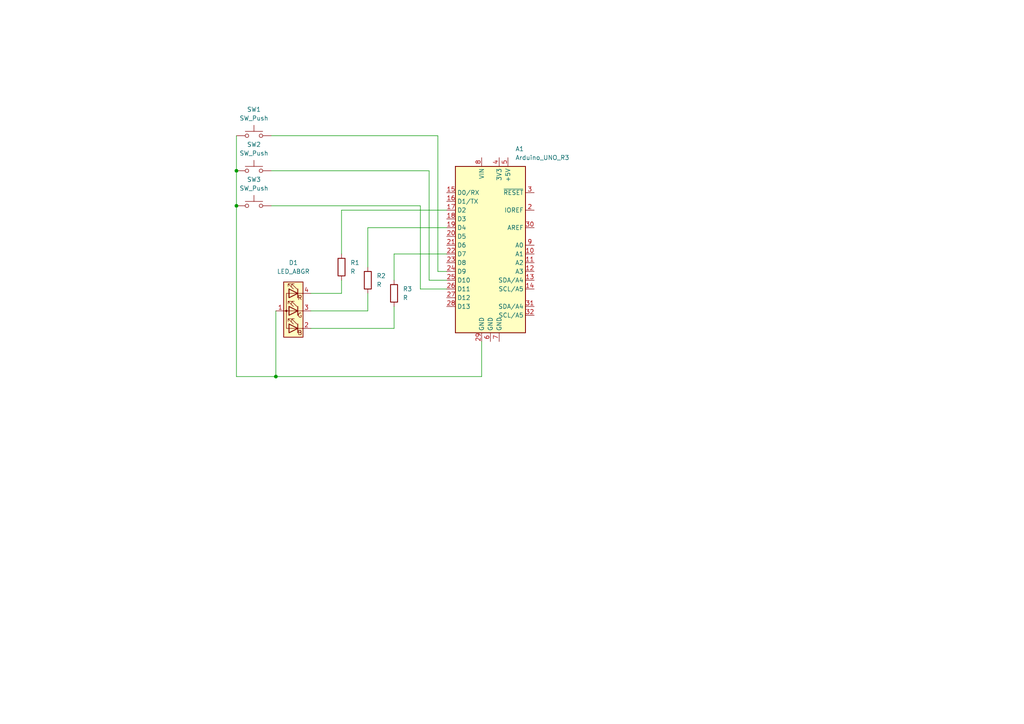
<source format=kicad_sch>
(kicad_sch
	(version 20250114)
	(generator "eeschema")
	(generator_version "9.0")
	(uuid "9285471e-fe64-4ea9-8bec-c130e75fcc30")
	(paper "A4")
	(lib_symbols
		(symbol "Device:LED_ABGR"
			(pin_names
				(offset 0)
				(hide yes)
			)
			(exclude_from_sim no)
			(in_bom yes)
			(on_board yes)
			(property "Reference" "D"
				(at 0 9.398 0)
				(effects
					(font
						(size 1.27 1.27)
					)
				)
			)
			(property "Value" "LED_ABGR"
				(at 0 -8.89 0)
				(effects
					(font
						(size 1.27 1.27)
					)
				)
			)
			(property "Footprint" ""
				(at 0 -1.27 0)
				(effects
					(font
						(size 1.27 1.27)
					)
					(hide yes)
				)
			)
			(property "Datasheet" "~"
				(at 0 -1.27 0)
				(effects
					(font
						(size 1.27 1.27)
					)
					(hide yes)
				)
			)
			(property "Description" "RGB LED, anode/blue/green/red"
				(at 0 0 0)
				(effects
					(font
						(size 1.27 1.27)
					)
					(hide yes)
				)
			)
			(property "ki_keywords" "LED RGB diode"
				(at 0 0 0)
				(effects
					(font
						(size 1.27 1.27)
					)
					(hide yes)
				)
			)
			(property "ki_fp_filters" "LED* LED_SMD:* LED_THT:*"
				(at 0 0 0)
				(effects
					(font
						(size 1.27 1.27)
					)
					(hide yes)
				)
			)
			(symbol "LED_ABGR_0_0"
				(text "R"
					(at -1.905 3.81 0)
					(effects
						(font
							(size 1.27 1.27)
						)
					)
				)
				(text "G"
					(at -1.905 -1.27 0)
					(effects
						(font
							(size 1.27 1.27)
						)
					)
				)
				(text "B"
					(at -1.905 -6.35 0)
					(effects
						(font
							(size 1.27 1.27)
						)
					)
				)
			)
			(symbol "LED_ABGR_0_1"
				(polyline
					(pts
						(xy -1.27 6.35) (xy -1.27 3.81)
					)
					(stroke
						(width 0.254)
						(type default)
					)
					(fill
						(type none)
					)
				)
				(polyline
					(pts
						(xy -1.27 6.35) (xy -1.27 3.81) (xy -1.27 3.81)
					)
					(stroke
						(width 0)
						(type default)
					)
					(fill
						(type none)
					)
				)
				(polyline
					(pts
						(xy -1.27 5.08) (xy -2.54 5.08)
					)
					(stroke
						(width 0)
						(type default)
					)
					(fill
						(type none)
					)
				)
				(polyline
					(pts
						(xy -1.27 5.08) (xy 1.27 5.08)
					)
					(stroke
						(width 0)
						(type default)
					)
					(fill
						(type none)
					)
				)
				(polyline
					(pts
						(xy -1.27 1.27) (xy -1.27 -1.27)
					)
					(stroke
						(width 0.254)
						(type default)
					)
					(fill
						(type none)
					)
				)
				(polyline
					(pts
						(xy -1.27 1.27) (xy -1.27 -1.27) (xy -1.27 -1.27)
					)
					(stroke
						(width 0)
						(type default)
					)
					(fill
						(type none)
					)
				)
				(polyline
					(pts
						(xy -1.27 0) (xy -2.54 0)
					)
					(stroke
						(width 0)
						(type default)
					)
					(fill
						(type none)
					)
				)
				(polyline
					(pts
						(xy -1.27 -3.81) (xy -1.27 -6.35)
					)
					(stroke
						(width 0.254)
						(type default)
					)
					(fill
						(type none)
					)
				)
				(polyline
					(pts
						(xy -1.27 -5.08) (xy -2.54 -5.08)
					)
					(stroke
						(width 0)
						(type default)
					)
					(fill
						(type none)
					)
				)
				(polyline
					(pts
						(xy -1.27 -5.08) (xy 1.27 -5.08)
					)
					(stroke
						(width 0)
						(type default)
					)
					(fill
						(type none)
					)
				)
				(polyline
					(pts
						(xy -1.016 6.35) (xy 0.508 7.874) (xy -0.254 7.874) (xy 0.508 7.874) (xy 0.508 7.112)
					)
					(stroke
						(width 0)
						(type default)
					)
					(fill
						(type none)
					)
				)
				(polyline
					(pts
						(xy -1.016 1.27) (xy 0.508 2.794) (xy -0.254 2.794) (xy 0.508 2.794) (xy 0.508 2.032)
					)
					(stroke
						(width 0)
						(type default)
					)
					(fill
						(type none)
					)
				)
				(polyline
					(pts
						(xy -1.016 -3.81) (xy 0.508 -2.286) (xy -0.254 -2.286) (xy 0.508 -2.286) (xy 0.508 -3.048)
					)
					(stroke
						(width 0)
						(type default)
					)
					(fill
						(type none)
					)
				)
				(polyline
					(pts
						(xy 0 6.35) (xy 1.524 7.874) (xy 0.762 7.874) (xy 1.524 7.874) (xy 1.524 7.112)
					)
					(stroke
						(width 0)
						(type default)
					)
					(fill
						(type none)
					)
				)
				(polyline
					(pts
						(xy 0 1.27) (xy 1.524 2.794) (xy 0.762 2.794) (xy 1.524 2.794) (xy 1.524 2.032)
					)
					(stroke
						(width 0)
						(type default)
					)
					(fill
						(type none)
					)
				)
				(polyline
					(pts
						(xy 0 -3.81) (xy 1.524 -2.286) (xy 0.762 -2.286) (xy 1.524 -2.286) (xy 1.524 -3.048)
					)
					(stroke
						(width 0)
						(type default)
					)
					(fill
						(type none)
					)
				)
				(polyline
					(pts
						(xy 1.27 6.35) (xy 1.27 3.81) (xy -1.27 5.08) (xy 1.27 6.35)
					)
					(stroke
						(width 0.254)
						(type default)
					)
					(fill
						(type none)
					)
				)
				(rectangle
					(start 1.27 6.35)
					(end 1.27 6.35)
					(stroke
						(width 0)
						(type default)
					)
					(fill
						(type none)
					)
				)
				(rectangle
					(start 1.27 3.81)
					(end 1.27 6.35)
					(stroke
						(width 0)
						(type default)
					)
					(fill
						(type none)
					)
				)
				(polyline
					(pts
						(xy 1.27 1.27) (xy 1.27 -1.27) (xy -1.27 0) (xy 1.27 1.27)
					)
					(stroke
						(width 0.254)
						(type default)
					)
					(fill
						(type none)
					)
				)
				(rectangle
					(start 1.27 1.27)
					(end 1.27 1.27)
					(stroke
						(width 0)
						(type default)
					)
					(fill
						(type none)
					)
				)
				(polyline
					(pts
						(xy 1.27 0) (xy -1.27 0)
					)
					(stroke
						(width 0)
						(type default)
					)
					(fill
						(type none)
					)
				)
				(polyline
					(pts
						(xy 1.27 0) (xy 2.54 0)
					)
					(stroke
						(width 0)
						(type default)
					)
					(fill
						(type none)
					)
				)
				(rectangle
					(start 1.27 -1.27)
					(end 1.27 1.27)
					(stroke
						(width 0)
						(type default)
					)
					(fill
						(type none)
					)
				)
				(polyline
					(pts
						(xy 1.27 -3.81) (xy 1.27 -6.35) (xy -1.27 -5.08) (xy 1.27 -3.81)
					)
					(stroke
						(width 0.254)
						(type default)
					)
					(fill
						(type none)
					)
				)
				(polyline
					(pts
						(xy 1.27 -5.08) (xy 2.032 -5.08) (xy 2.032 5.08) (xy 1.27 5.08)
					)
					(stroke
						(width 0)
						(type default)
					)
					(fill
						(type none)
					)
				)
				(circle
					(center 2.032 0)
					(radius 0.254)
					(stroke
						(width 0)
						(type default)
					)
					(fill
						(type outline)
					)
				)
				(rectangle
					(start 2.794 8.382)
					(end -2.794 -7.62)
					(stroke
						(width 0.254)
						(type default)
					)
					(fill
						(type background)
					)
				)
			)
			(symbol "LED_ABGR_1_1"
				(pin passive line
					(at -5.08 5.08 0)
					(length 2.54)
					(name "RK"
						(effects
							(font
								(size 1.27 1.27)
							)
						)
					)
					(number "4"
						(effects
							(font
								(size 1.27 1.27)
							)
						)
					)
				)
				(pin passive line
					(at -5.08 0 0)
					(length 2.54)
					(name "GK"
						(effects
							(font
								(size 1.27 1.27)
							)
						)
					)
					(number "3"
						(effects
							(font
								(size 1.27 1.27)
							)
						)
					)
				)
				(pin passive line
					(at -5.08 -5.08 0)
					(length 2.54)
					(name "BK"
						(effects
							(font
								(size 1.27 1.27)
							)
						)
					)
					(number "2"
						(effects
							(font
								(size 1.27 1.27)
							)
						)
					)
				)
				(pin passive line
					(at 5.08 0 180)
					(length 2.54)
					(name "A"
						(effects
							(font
								(size 1.27 1.27)
							)
						)
					)
					(number "1"
						(effects
							(font
								(size 1.27 1.27)
							)
						)
					)
				)
			)
			(embedded_fonts no)
		)
		(symbol "Device:R"
			(pin_numbers
				(hide yes)
			)
			(pin_names
				(offset 0)
			)
			(exclude_from_sim no)
			(in_bom yes)
			(on_board yes)
			(property "Reference" "R"
				(at 2.032 0 90)
				(effects
					(font
						(size 1.27 1.27)
					)
				)
			)
			(property "Value" "R"
				(at 0 0 90)
				(effects
					(font
						(size 1.27 1.27)
					)
				)
			)
			(property "Footprint" ""
				(at -1.778 0 90)
				(effects
					(font
						(size 1.27 1.27)
					)
					(hide yes)
				)
			)
			(property "Datasheet" "~"
				(at 0 0 0)
				(effects
					(font
						(size 1.27 1.27)
					)
					(hide yes)
				)
			)
			(property "Description" "Resistor"
				(at 0 0 0)
				(effects
					(font
						(size 1.27 1.27)
					)
					(hide yes)
				)
			)
			(property "ki_keywords" "R res resistor"
				(at 0 0 0)
				(effects
					(font
						(size 1.27 1.27)
					)
					(hide yes)
				)
			)
			(property "ki_fp_filters" "R_*"
				(at 0 0 0)
				(effects
					(font
						(size 1.27 1.27)
					)
					(hide yes)
				)
			)
			(symbol "R_0_1"
				(rectangle
					(start -1.016 -2.54)
					(end 1.016 2.54)
					(stroke
						(width 0.254)
						(type default)
					)
					(fill
						(type none)
					)
				)
			)
			(symbol "R_1_1"
				(pin passive line
					(at 0 3.81 270)
					(length 1.27)
					(name "~"
						(effects
							(font
								(size 1.27 1.27)
							)
						)
					)
					(number "1"
						(effects
							(font
								(size 1.27 1.27)
							)
						)
					)
				)
				(pin passive line
					(at 0 -3.81 90)
					(length 1.27)
					(name "~"
						(effects
							(font
								(size 1.27 1.27)
							)
						)
					)
					(number "2"
						(effects
							(font
								(size 1.27 1.27)
							)
						)
					)
				)
			)
			(embedded_fonts no)
		)
		(symbol "MCU_Module:Arduino_UNO_R3"
			(exclude_from_sim no)
			(in_bom yes)
			(on_board yes)
			(property "Reference" "A"
				(at -10.16 23.495 0)
				(effects
					(font
						(size 1.27 1.27)
					)
					(justify left bottom)
				)
			)
			(property "Value" "Arduino_UNO_R3"
				(at 5.08 -26.67 0)
				(effects
					(font
						(size 1.27 1.27)
					)
					(justify left top)
				)
			)
			(property "Footprint" "Module:Arduino_UNO_R3"
				(at 0 0 0)
				(effects
					(font
						(size 1.27 1.27)
						(italic yes)
					)
					(hide yes)
				)
			)
			(property "Datasheet" "https://www.arduino.cc/en/Main/arduinoBoardUno"
				(at 0 0 0)
				(effects
					(font
						(size 1.27 1.27)
					)
					(hide yes)
				)
			)
			(property "Description" "Arduino UNO Microcontroller Module, release 3"
				(at 0 0 0)
				(effects
					(font
						(size 1.27 1.27)
					)
					(hide yes)
				)
			)
			(property "ki_keywords" "Arduino UNO R3 Microcontroller Module Atmel AVR USB"
				(at 0 0 0)
				(effects
					(font
						(size 1.27 1.27)
					)
					(hide yes)
				)
			)
			(property "ki_fp_filters" "Arduino*UNO*R3*"
				(at 0 0 0)
				(effects
					(font
						(size 1.27 1.27)
					)
					(hide yes)
				)
			)
			(symbol "Arduino_UNO_R3_0_1"
				(rectangle
					(start -10.16 22.86)
					(end 10.16 -25.4)
					(stroke
						(width 0.254)
						(type default)
					)
					(fill
						(type background)
					)
				)
			)
			(symbol "Arduino_UNO_R3_1_1"
				(pin bidirectional line
					(at -12.7 15.24 0)
					(length 2.54)
					(name "D0/RX"
						(effects
							(font
								(size 1.27 1.27)
							)
						)
					)
					(number "15"
						(effects
							(font
								(size 1.27 1.27)
							)
						)
					)
				)
				(pin bidirectional line
					(at -12.7 12.7 0)
					(length 2.54)
					(name "D1/TX"
						(effects
							(font
								(size 1.27 1.27)
							)
						)
					)
					(number "16"
						(effects
							(font
								(size 1.27 1.27)
							)
						)
					)
				)
				(pin bidirectional line
					(at -12.7 10.16 0)
					(length 2.54)
					(name "D2"
						(effects
							(font
								(size 1.27 1.27)
							)
						)
					)
					(number "17"
						(effects
							(font
								(size 1.27 1.27)
							)
						)
					)
				)
				(pin bidirectional line
					(at -12.7 7.62 0)
					(length 2.54)
					(name "D3"
						(effects
							(font
								(size 1.27 1.27)
							)
						)
					)
					(number "18"
						(effects
							(font
								(size 1.27 1.27)
							)
						)
					)
				)
				(pin bidirectional line
					(at -12.7 5.08 0)
					(length 2.54)
					(name "D4"
						(effects
							(font
								(size 1.27 1.27)
							)
						)
					)
					(number "19"
						(effects
							(font
								(size 1.27 1.27)
							)
						)
					)
				)
				(pin bidirectional line
					(at -12.7 2.54 0)
					(length 2.54)
					(name "D5"
						(effects
							(font
								(size 1.27 1.27)
							)
						)
					)
					(number "20"
						(effects
							(font
								(size 1.27 1.27)
							)
						)
					)
				)
				(pin bidirectional line
					(at -12.7 0 0)
					(length 2.54)
					(name "D6"
						(effects
							(font
								(size 1.27 1.27)
							)
						)
					)
					(number "21"
						(effects
							(font
								(size 1.27 1.27)
							)
						)
					)
				)
				(pin bidirectional line
					(at -12.7 -2.54 0)
					(length 2.54)
					(name "D7"
						(effects
							(font
								(size 1.27 1.27)
							)
						)
					)
					(number "22"
						(effects
							(font
								(size 1.27 1.27)
							)
						)
					)
				)
				(pin bidirectional line
					(at -12.7 -5.08 0)
					(length 2.54)
					(name "D8"
						(effects
							(font
								(size 1.27 1.27)
							)
						)
					)
					(number "23"
						(effects
							(font
								(size 1.27 1.27)
							)
						)
					)
				)
				(pin bidirectional line
					(at -12.7 -7.62 0)
					(length 2.54)
					(name "D9"
						(effects
							(font
								(size 1.27 1.27)
							)
						)
					)
					(number "24"
						(effects
							(font
								(size 1.27 1.27)
							)
						)
					)
				)
				(pin bidirectional line
					(at -12.7 -10.16 0)
					(length 2.54)
					(name "D10"
						(effects
							(font
								(size 1.27 1.27)
							)
						)
					)
					(number "25"
						(effects
							(font
								(size 1.27 1.27)
							)
						)
					)
				)
				(pin bidirectional line
					(at -12.7 -12.7 0)
					(length 2.54)
					(name "D11"
						(effects
							(font
								(size 1.27 1.27)
							)
						)
					)
					(number "26"
						(effects
							(font
								(size 1.27 1.27)
							)
						)
					)
				)
				(pin bidirectional line
					(at -12.7 -15.24 0)
					(length 2.54)
					(name "D12"
						(effects
							(font
								(size 1.27 1.27)
							)
						)
					)
					(number "27"
						(effects
							(font
								(size 1.27 1.27)
							)
						)
					)
				)
				(pin bidirectional line
					(at -12.7 -17.78 0)
					(length 2.54)
					(name "D13"
						(effects
							(font
								(size 1.27 1.27)
							)
						)
					)
					(number "28"
						(effects
							(font
								(size 1.27 1.27)
							)
						)
					)
				)
				(pin no_connect line
					(at -10.16 -20.32 0)
					(length 2.54)
					(hide yes)
					(name "NC"
						(effects
							(font
								(size 1.27 1.27)
							)
						)
					)
					(number "1"
						(effects
							(font
								(size 1.27 1.27)
							)
						)
					)
				)
				(pin power_in line
					(at -2.54 25.4 270)
					(length 2.54)
					(name "VIN"
						(effects
							(font
								(size 1.27 1.27)
							)
						)
					)
					(number "8"
						(effects
							(font
								(size 1.27 1.27)
							)
						)
					)
				)
				(pin power_in line
					(at -2.54 -27.94 90)
					(length 2.54)
					(name "GND"
						(effects
							(font
								(size 1.27 1.27)
							)
						)
					)
					(number "29"
						(effects
							(font
								(size 1.27 1.27)
							)
						)
					)
				)
				(pin power_in line
					(at 0 -27.94 90)
					(length 2.54)
					(name "GND"
						(effects
							(font
								(size 1.27 1.27)
							)
						)
					)
					(number "6"
						(effects
							(font
								(size 1.27 1.27)
							)
						)
					)
				)
				(pin power_out line
					(at 2.54 25.4 270)
					(length 2.54)
					(name "3V3"
						(effects
							(font
								(size 1.27 1.27)
							)
						)
					)
					(number "4"
						(effects
							(font
								(size 1.27 1.27)
							)
						)
					)
				)
				(pin power_in line
					(at 2.54 -27.94 90)
					(length 2.54)
					(name "GND"
						(effects
							(font
								(size 1.27 1.27)
							)
						)
					)
					(number "7"
						(effects
							(font
								(size 1.27 1.27)
							)
						)
					)
				)
				(pin power_out line
					(at 5.08 25.4 270)
					(length 2.54)
					(name "+5V"
						(effects
							(font
								(size 1.27 1.27)
							)
						)
					)
					(number "5"
						(effects
							(font
								(size 1.27 1.27)
							)
						)
					)
				)
				(pin input line
					(at 12.7 15.24 180)
					(length 2.54)
					(name "~{RESET}"
						(effects
							(font
								(size 1.27 1.27)
							)
						)
					)
					(number "3"
						(effects
							(font
								(size 1.27 1.27)
							)
						)
					)
				)
				(pin output line
					(at 12.7 10.16 180)
					(length 2.54)
					(name "IOREF"
						(effects
							(font
								(size 1.27 1.27)
							)
						)
					)
					(number "2"
						(effects
							(font
								(size 1.27 1.27)
							)
						)
					)
				)
				(pin input line
					(at 12.7 5.08 180)
					(length 2.54)
					(name "AREF"
						(effects
							(font
								(size 1.27 1.27)
							)
						)
					)
					(number "30"
						(effects
							(font
								(size 1.27 1.27)
							)
						)
					)
				)
				(pin bidirectional line
					(at 12.7 0 180)
					(length 2.54)
					(name "A0"
						(effects
							(font
								(size 1.27 1.27)
							)
						)
					)
					(number "9"
						(effects
							(font
								(size 1.27 1.27)
							)
						)
					)
				)
				(pin bidirectional line
					(at 12.7 -2.54 180)
					(length 2.54)
					(name "A1"
						(effects
							(font
								(size 1.27 1.27)
							)
						)
					)
					(number "10"
						(effects
							(font
								(size 1.27 1.27)
							)
						)
					)
				)
				(pin bidirectional line
					(at 12.7 -5.08 180)
					(length 2.54)
					(name "A2"
						(effects
							(font
								(size 1.27 1.27)
							)
						)
					)
					(number "11"
						(effects
							(font
								(size 1.27 1.27)
							)
						)
					)
				)
				(pin bidirectional line
					(at 12.7 -7.62 180)
					(length 2.54)
					(name "A3"
						(effects
							(font
								(size 1.27 1.27)
							)
						)
					)
					(number "12"
						(effects
							(font
								(size 1.27 1.27)
							)
						)
					)
				)
				(pin bidirectional line
					(at 12.7 -10.16 180)
					(length 2.54)
					(name "SDA/A4"
						(effects
							(font
								(size 1.27 1.27)
							)
						)
					)
					(number "13"
						(effects
							(font
								(size 1.27 1.27)
							)
						)
					)
				)
				(pin bidirectional line
					(at 12.7 -12.7 180)
					(length 2.54)
					(name "SCL/A5"
						(effects
							(font
								(size 1.27 1.27)
							)
						)
					)
					(number "14"
						(effects
							(font
								(size 1.27 1.27)
							)
						)
					)
				)
				(pin bidirectional line
					(at 12.7 -17.78 180)
					(length 2.54)
					(name "SDA/A4"
						(effects
							(font
								(size 1.27 1.27)
							)
						)
					)
					(number "31"
						(effects
							(font
								(size 1.27 1.27)
							)
						)
					)
				)
				(pin bidirectional line
					(at 12.7 -20.32 180)
					(length 2.54)
					(name "SCL/A5"
						(effects
							(font
								(size 1.27 1.27)
							)
						)
					)
					(number "32"
						(effects
							(font
								(size 1.27 1.27)
							)
						)
					)
				)
			)
			(embedded_fonts no)
		)
		(symbol "Switch:SW_Push"
			(pin_numbers
				(hide yes)
			)
			(pin_names
				(offset 1.016)
				(hide yes)
			)
			(exclude_from_sim no)
			(in_bom yes)
			(on_board yes)
			(property "Reference" "SW"
				(at 1.27 2.54 0)
				(effects
					(font
						(size 1.27 1.27)
					)
					(justify left)
				)
			)
			(property "Value" "SW_Push"
				(at 0 -1.524 0)
				(effects
					(font
						(size 1.27 1.27)
					)
				)
			)
			(property "Footprint" ""
				(at 0 5.08 0)
				(effects
					(font
						(size 1.27 1.27)
					)
					(hide yes)
				)
			)
			(property "Datasheet" "~"
				(at 0 5.08 0)
				(effects
					(font
						(size 1.27 1.27)
					)
					(hide yes)
				)
			)
			(property "Description" "Push button switch, generic, two pins"
				(at 0 0 0)
				(effects
					(font
						(size 1.27 1.27)
					)
					(hide yes)
				)
			)
			(property "ki_keywords" "switch normally-open pushbutton push-button"
				(at 0 0 0)
				(effects
					(font
						(size 1.27 1.27)
					)
					(hide yes)
				)
			)
			(symbol "SW_Push_0_1"
				(circle
					(center -2.032 0)
					(radius 0.508)
					(stroke
						(width 0)
						(type default)
					)
					(fill
						(type none)
					)
				)
				(polyline
					(pts
						(xy 0 1.27) (xy 0 3.048)
					)
					(stroke
						(width 0)
						(type default)
					)
					(fill
						(type none)
					)
				)
				(circle
					(center 2.032 0)
					(radius 0.508)
					(stroke
						(width 0)
						(type default)
					)
					(fill
						(type none)
					)
				)
				(polyline
					(pts
						(xy 2.54 1.27) (xy -2.54 1.27)
					)
					(stroke
						(width 0)
						(type default)
					)
					(fill
						(type none)
					)
				)
				(pin passive line
					(at -5.08 0 0)
					(length 2.54)
					(name "1"
						(effects
							(font
								(size 1.27 1.27)
							)
						)
					)
					(number "1"
						(effects
							(font
								(size 1.27 1.27)
							)
						)
					)
				)
				(pin passive line
					(at 5.08 0 180)
					(length 2.54)
					(name "2"
						(effects
							(font
								(size 1.27 1.27)
							)
						)
					)
					(number "2"
						(effects
							(font
								(size 1.27 1.27)
							)
						)
					)
				)
			)
			(embedded_fonts no)
		)
	)
	(junction
		(at 80.01 109.22)
		(diameter 0)
		(color 0 0 0 0)
		(uuid "96b20dbb-e6ef-40d9-8dbf-f2909c27ce7b")
	)
	(junction
		(at 68.58 49.53)
		(diameter 0)
		(color 0 0 0 0)
		(uuid "97743886-eeb7-47aa-88e4-cb9469234fb0")
	)
	(junction
		(at 68.58 59.69)
		(diameter 0)
		(color 0 0 0 0)
		(uuid "efc54d39-c9b2-46ae-be1a-12b20f4ac081")
	)
	(wire
		(pts
			(xy 127 78.74) (xy 127 39.37)
		)
		(stroke
			(width 0)
			(type default)
		)
		(uuid "0ac97f7f-f022-48b8-a8e6-92844140fa0b")
	)
	(wire
		(pts
			(xy 129.54 83.82) (xy 121.92 83.82)
		)
		(stroke
			(width 0)
			(type default)
		)
		(uuid "23b01bb1-3a31-40ef-958b-9f83bf64458a")
	)
	(wire
		(pts
			(xy 121.92 59.69) (xy 78.74 59.69)
		)
		(stroke
			(width 0)
			(type default)
		)
		(uuid "262a6805-fcd3-455e-a504-4a9876edcdf1")
	)
	(wire
		(pts
			(xy 80.01 109.22) (xy 139.7 109.22)
		)
		(stroke
			(width 0)
			(type default)
		)
		(uuid "2a9d9ae8-88a7-42dc-9bc3-ce152152b2d0")
	)
	(wire
		(pts
			(xy 114.3 88.9) (xy 114.3 95.25)
		)
		(stroke
			(width 0)
			(type default)
		)
		(uuid "314285dd-c0f0-4306-a8f6-8bfaf9511b47")
	)
	(wire
		(pts
			(xy 106.68 66.04) (xy 106.68 77.47)
		)
		(stroke
			(width 0)
			(type default)
		)
		(uuid "37d17740-9371-4320-8a85-2e345e2fa849")
	)
	(wire
		(pts
			(xy 90.17 95.25) (xy 114.3 95.25)
		)
		(stroke
			(width 0)
			(type default)
		)
		(uuid "3ce27c01-0125-4202-b7ac-f6c641d0a975")
	)
	(wire
		(pts
			(xy 129.54 78.74) (xy 127 78.74)
		)
		(stroke
			(width 0)
			(type default)
		)
		(uuid "3ef2af88-4dd8-4b34-ae15-d5c073ca40d7")
	)
	(wire
		(pts
			(xy 68.58 109.22) (xy 80.01 109.22)
		)
		(stroke
			(width 0)
			(type default)
		)
		(uuid "40960145-dba8-4c5c-8b60-8b1237359021")
	)
	(wire
		(pts
			(xy 68.58 49.53) (xy 68.58 59.69)
		)
		(stroke
			(width 0)
			(type default)
		)
		(uuid "4f59c549-878c-4f25-97c5-3d125228b31e")
	)
	(wire
		(pts
			(xy 80.01 90.17) (xy 80.01 109.22)
		)
		(stroke
			(width 0)
			(type default)
		)
		(uuid "51967e96-e5a2-4930-b7d0-5dbb50555666")
	)
	(wire
		(pts
			(xy 68.58 39.37) (xy 68.58 49.53)
		)
		(stroke
			(width 0)
			(type default)
		)
		(uuid "5d234b9b-7d98-42da-bd4f-514e59925133")
	)
	(wire
		(pts
			(xy 124.46 81.28) (xy 124.46 49.53)
		)
		(stroke
			(width 0)
			(type default)
		)
		(uuid "65ba47a0-0631-44a6-9635-54d4d31adffa")
	)
	(wire
		(pts
			(xy 139.7 109.22) (xy 139.7 99.06)
		)
		(stroke
			(width 0)
			(type default)
		)
		(uuid "76dbf2d4-bdaa-4b3a-a680-054455a425dc")
	)
	(wire
		(pts
			(xy 90.17 85.09) (xy 99.06 85.09)
		)
		(stroke
			(width 0)
			(type default)
		)
		(uuid "85058c55-71c1-46db-99e0-93f1f16889e8")
	)
	(wire
		(pts
			(xy 99.06 60.96) (xy 99.06 73.66)
		)
		(stroke
			(width 0)
			(type default)
		)
		(uuid "8f0d21f3-eefd-484e-8a0e-08f81888a9fd")
	)
	(wire
		(pts
			(xy 106.68 85.09) (xy 106.68 90.17)
		)
		(stroke
			(width 0)
			(type default)
		)
		(uuid "94aacc68-5419-4748-ad95-4be7c16df145")
	)
	(wire
		(pts
			(xy 106.68 90.17) (xy 90.17 90.17)
		)
		(stroke
			(width 0)
			(type default)
		)
		(uuid "983e47a4-10b2-466e-8390-9981dadde0fa")
	)
	(wire
		(pts
			(xy 124.46 49.53) (xy 78.74 49.53)
		)
		(stroke
			(width 0)
			(type default)
		)
		(uuid "98c925ee-c5b0-4491-b276-b588bdfebd2a")
	)
	(wire
		(pts
			(xy 129.54 66.04) (xy 106.68 66.04)
		)
		(stroke
			(width 0)
			(type default)
		)
		(uuid "a52df501-822c-4751-86b9-8fd3fc8eb4ff")
	)
	(wire
		(pts
			(xy 129.54 73.66) (xy 114.3 73.66)
		)
		(stroke
			(width 0)
			(type default)
		)
		(uuid "a567a810-867e-4de7-8952-28ffe0ffd57e")
	)
	(wire
		(pts
			(xy 121.92 83.82) (xy 121.92 59.69)
		)
		(stroke
			(width 0)
			(type default)
		)
		(uuid "c0a6268d-a1aa-45f9-af90-37dbc04d90bc")
	)
	(wire
		(pts
			(xy 129.54 81.28) (xy 124.46 81.28)
		)
		(stroke
			(width 0)
			(type default)
		)
		(uuid "cc502262-70e1-4005-b370-7bda3f54828c")
	)
	(wire
		(pts
			(xy 114.3 73.66) (xy 114.3 81.28)
		)
		(stroke
			(width 0)
			(type default)
		)
		(uuid "d066c64f-e06e-44cd-b22d-1caa3866e5c1")
	)
	(wire
		(pts
			(xy 68.58 59.69) (xy 68.58 109.22)
		)
		(stroke
			(width 0)
			(type default)
		)
		(uuid "d2a3a50e-3d2a-4227-b2df-1a7807e9c1d4")
	)
	(wire
		(pts
			(xy 99.06 81.28) (xy 99.06 85.09)
		)
		(stroke
			(width 0)
			(type default)
		)
		(uuid "d40cd637-cc5f-45b0-95dd-0233cb988a22")
	)
	(wire
		(pts
			(xy 129.54 60.96) (xy 99.06 60.96)
		)
		(stroke
			(width 0)
			(type default)
		)
		(uuid "d4bed820-9f06-435d-a946-0fa583d9a53c")
	)
	(wire
		(pts
			(xy 127 39.37) (xy 78.74 39.37)
		)
		(stroke
			(width 0)
			(type default)
		)
		(uuid "fd893bac-4751-48fd-9c46-bdf7c317bf78")
	)
	(symbol
		(lib_id "MCU_Module:Arduino_UNO_R3")
		(at 142.24 71.12 0)
		(unit 1)
		(exclude_from_sim no)
		(in_bom yes)
		(on_board yes)
		(dnp no)
		(fields_autoplaced yes)
		(uuid "07be8992-5bff-407e-adcd-24b178f36ed0")
		(property "Reference" "A1"
			(at 149.4633 43.18 0)
			(effects
				(font
					(size 1.27 1.27)
				)
				(justify left)
			)
		)
		(property "Value" "Arduino_UNO_R3"
			(at 149.4633 45.72 0)
			(effects
				(font
					(size 1.27 1.27)
				)
				(justify left)
			)
		)
		(property "Footprint" "Module:Arduino_UNO_R3"
			(at 142.24 71.12 0)
			(effects
				(font
					(size 1.27 1.27)
					(italic yes)
				)
				(hide yes)
			)
		)
		(property "Datasheet" "https://www.arduino.cc/en/Main/arduinoBoardUno"
			(at 142.24 71.12 0)
			(effects
				(font
					(size 1.27 1.27)
				)
				(hide yes)
			)
		)
		(property "Description" "Arduino UNO Microcontroller Module, release 3"
			(at 142.24 71.12 0)
			(effects
				(font
					(size 1.27 1.27)
				)
				(hide yes)
			)
		)
		(pin "15"
			(uuid "8b6d27b1-586f-4477-bed4-b9d21edb6c1b")
		)
		(pin "4"
			(uuid "4981497a-e8ee-4e3d-a62a-99c875495637")
		)
		(pin "7"
			(uuid "e8e88d7c-4c52-49e6-8608-dde6eea61c84")
		)
		(pin "24"
			(uuid "18d74d67-0d85-4f71-88d6-607baf483185")
		)
		(pin "11"
			(uuid "c9583368-dc25-4b27-aeb3-b947df3c24c6")
		)
		(pin "8"
			(uuid "386cf9ee-c0d8-4d68-bd79-091cfe6d1029")
		)
		(pin "26"
			(uuid "dffdd2f2-90d4-403b-b618-2fdf4f749570")
		)
		(pin "10"
			(uuid "fdb3dec8-56dc-4dc0-b5cb-71f621ecffc9")
		)
		(pin "18"
			(uuid "37b8262d-6ee7-4f32-a93d-d6714a09c24b")
		)
		(pin "16"
			(uuid "bbbb8a1d-378f-44e8-9070-e184cfcaec58")
		)
		(pin "19"
			(uuid "e2d3311e-90a2-4269-bafe-1c855ae3eac3")
		)
		(pin "9"
			(uuid "29f97624-53ec-4e6e-b2cf-abfaa5b0f395")
		)
		(pin "12"
			(uuid "7aedfbf8-b650-4e61-8081-297c75dd35bb")
		)
		(pin "20"
			(uuid "e5c8bef6-1210-4db4-a9e6-ce3cbc0056bc")
		)
		(pin "23"
			(uuid "23d57bb1-1415-401f-b073-462907a61022")
		)
		(pin "17"
			(uuid "25053165-caee-470a-8a34-c5dd5800a932")
		)
		(pin "3"
			(uuid "bdd11777-5493-45e1-8044-19dee5d237f4")
		)
		(pin "21"
			(uuid "fb44a4a3-b7e7-4df7-9009-4a3c669cfcc5")
		)
		(pin "22"
			(uuid "8e834890-fa87-4d71-8f37-1729d00ae403")
		)
		(pin "25"
			(uuid "f5c68503-4606-4903-8376-166f7f4a48e1")
		)
		(pin "27"
			(uuid "6055aefb-e791-4fd1-a09b-0f3a887b034c")
		)
		(pin "28"
			(uuid "f90912ec-a577-453f-a669-dd94a0f179aa")
		)
		(pin "29"
			(uuid "cb599a15-6871-4886-8493-352c835cb3d2")
		)
		(pin "6"
			(uuid "4b25cdcc-be94-41d2-9710-dd0273fae077")
		)
		(pin "1"
			(uuid "5bc01098-8534-4080-9b37-77f0fb02c6fd")
		)
		(pin "5"
			(uuid "ea194cef-ec50-4408-bcb0-806eed07f127")
		)
		(pin "2"
			(uuid "f894cb2c-2e61-4132-9c52-d45627d0848a")
		)
		(pin "30"
			(uuid "2ef29c9d-fc25-4b52-8e63-b14eccf00bd4")
		)
		(pin "13"
			(uuid "364c42d8-eebc-4de0-923f-fb267177f0ac")
		)
		(pin "14"
			(uuid "16ad7403-2c25-4ac1-9244-02cf199e60da")
		)
		(pin "31"
			(uuid "258a757d-d173-45c8-bf31-421bf5d1f042")
		)
		(pin "32"
			(uuid "8c4c7da6-6fd2-4d84-b65a-f807e6e20e4a")
		)
		(instances
			(project ""
				(path "/9285471e-fe64-4ea9-8bec-c130e75fcc30"
					(reference "A1")
					(unit 1)
				)
			)
		)
	)
	(symbol
		(lib_id "Switch:SW_Push")
		(at 73.66 49.53 0)
		(unit 1)
		(exclude_from_sim no)
		(in_bom yes)
		(on_board yes)
		(dnp no)
		(fields_autoplaced yes)
		(uuid "6e95aa9c-b58d-4873-8b0d-d907e32462bf")
		(property "Reference" "SW2"
			(at 73.66 41.91 0)
			(effects
				(font
					(size 1.27 1.27)
				)
			)
		)
		(property "Value" "SW_Push"
			(at 73.66 44.45 0)
			(effects
				(font
					(size 1.27 1.27)
				)
			)
		)
		(property "Footprint" ""
			(at 73.66 44.45 0)
			(effects
				(font
					(size 1.27 1.27)
				)
				(hide yes)
			)
		)
		(property "Datasheet" "~"
			(at 73.66 44.45 0)
			(effects
				(font
					(size 1.27 1.27)
				)
				(hide yes)
			)
		)
		(property "Description" "Push button switch, generic, two pins"
			(at 73.66 49.53 0)
			(effects
				(font
					(size 1.27 1.27)
				)
				(hide yes)
			)
		)
		(pin "2"
			(uuid "0c637fc7-ae13-4932-a7ec-268528d98a80")
		)
		(pin "1"
			(uuid "ef831816-deeb-44a8-867d-73ee401c896c")
		)
		(instances
			(project ""
				(path "/9285471e-fe64-4ea9-8bec-c130e75fcc30"
					(reference "SW2")
					(unit 1)
				)
			)
		)
	)
	(symbol
		(lib_id "Switch:SW_Push")
		(at 73.66 39.37 0)
		(unit 1)
		(exclude_from_sim no)
		(in_bom yes)
		(on_board yes)
		(dnp no)
		(fields_autoplaced yes)
		(uuid "7a7a023c-1529-4be7-8d8e-230a1a3ed365")
		(property "Reference" "SW1"
			(at 73.66 31.75 0)
			(effects
				(font
					(size 1.27 1.27)
				)
			)
		)
		(property "Value" "SW_Push"
			(at 73.66 34.29 0)
			(effects
				(font
					(size 1.27 1.27)
				)
			)
		)
		(property "Footprint" ""
			(at 73.66 34.29 0)
			(effects
				(font
					(size 1.27 1.27)
				)
				(hide yes)
			)
		)
		(property "Datasheet" "~"
			(at 73.66 34.29 0)
			(effects
				(font
					(size 1.27 1.27)
				)
				(hide yes)
			)
		)
		(property "Description" "Push button switch, generic, two pins"
			(at 73.66 39.37 0)
			(effects
				(font
					(size 1.27 1.27)
				)
				(hide yes)
			)
		)
		(pin "1"
			(uuid "d6bdc2ab-d381-4335-8c56-c81f6a8a85d1")
		)
		(pin "2"
			(uuid "27615c39-c608-4152-8c5b-d47fa695f86f")
		)
		(instances
			(project ""
				(path "/9285471e-fe64-4ea9-8bec-c130e75fcc30"
					(reference "SW1")
					(unit 1)
				)
			)
		)
	)
	(symbol
		(lib_id "Device:R")
		(at 99.06 77.47 0)
		(unit 1)
		(exclude_from_sim no)
		(in_bom yes)
		(on_board yes)
		(dnp no)
		(fields_autoplaced yes)
		(uuid "b784a1d8-e4ff-4ab7-86c6-8338b5c70883")
		(property "Reference" "R1"
			(at 101.6 76.1999 0)
			(effects
				(font
					(size 1.27 1.27)
				)
				(justify left)
			)
		)
		(property "Value" "R"
			(at 101.6 78.7399 0)
			(effects
				(font
					(size 1.27 1.27)
				)
				(justify left)
			)
		)
		(property "Footprint" ""
			(at 97.282 77.47 90)
			(effects
				(font
					(size 1.27 1.27)
				)
				(hide yes)
			)
		)
		(property "Datasheet" "~"
			(at 99.06 77.47 0)
			(effects
				(font
					(size 1.27 1.27)
				)
				(hide yes)
			)
		)
		(property "Description" "Resistor"
			(at 99.06 77.47 0)
			(effects
				(font
					(size 1.27 1.27)
				)
				(hide yes)
			)
		)
		(pin "2"
			(uuid "e90357d3-28bf-430a-b295-d97cd8c4c8c4")
		)
		(pin "1"
			(uuid "f00af05e-1aac-4e9b-ab7a-3f0c1320c62f")
		)
		(instances
			(project ""
				(path "/9285471e-fe64-4ea9-8bec-c130e75fcc30"
					(reference "R1")
					(unit 1)
				)
			)
		)
	)
	(symbol
		(lib_id "Device:LED_ABGR")
		(at 85.09 90.17 0)
		(mirror y)
		(unit 1)
		(exclude_from_sim no)
		(in_bom yes)
		(on_board yes)
		(dnp no)
		(uuid "ef6eb0d2-eda6-48df-be91-6abe228b0cbd")
		(property "Reference" "D1"
			(at 85.09 76.2 0)
			(effects
				(font
					(size 1.27 1.27)
				)
			)
		)
		(property "Value" "LED_ABGR"
			(at 85.09 78.74 0)
			(effects
				(font
					(size 1.27 1.27)
				)
			)
		)
		(property "Footprint" ""
			(at 85.09 91.44 0)
			(effects
				(font
					(size 1.27 1.27)
				)
				(hide yes)
			)
		)
		(property "Datasheet" "~"
			(at 85.09 91.44 0)
			(effects
				(font
					(size 1.27 1.27)
				)
				(hide yes)
			)
		)
		(property "Description" "RGB LED, anode/blue/green/red"
			(at 85.09 90.17 0)
			(effects
				(font
					(size 1.27 1.27)
				)
				(hide yes)
			)
		)
		(pin "1"
			(uuid "a545eb49-97c6-4d12-83dd-963173357cc6")
		)
		(pin "3"
			(uuid "bf960953-d248-49ab-a51c-a1a8114019a5")
		)
		(pin "2"
			(uuid "3e1d72ac-42fb-4725-949d-95bfbe36c5d4")
		)
		(pin "4"
			(uuid "7fcfa7d1-8b36-4a04-b2fd-8d04e714aacb")
		)
		(instances
			(project ""
				(path "/9285471e-fe64-4ea9-8bec-c130e75fcc30"
					(reference "D1")
					(unit 1)
				)
			)
		)
	)
	(symbol
		(lib_id "Switch:SW_Push")
		(at 73.66 59.69 0)
		(unit 1)
		(exclude_from_sim no)
		(in_bom yes)
		(on_board yes)
		(dnp no)
		(fields_autoplaced yes)
		(uuid "f12776ba-9f8a-426b-ba9f-060a5992053d")
		(property "Reference" "SW3"
			(at 73.66 52.07 0)
			(effects
				(font
					(size 1.27 1.27)
				)
			)
		)
		(property "Value" "SW_Push"
			(at 73.66 54.61 0)
			(effects
				(font
					(size 1.27 1.27)
				)
			)
		)
		(property "Footprint" ""
			(at 73.66 54.61 0)
			(effects
				(font
					(size 1.27 1.27)
				)
				(hide yes)
			)
		)
		(property "Datasheet" "~"
			(at 73.66 54.61 0)
			(effects
				(font
					(size 1.27 1.27)
				)
				(hide yes)
			)
		)
		(property "Description" "Push button switch, generic, two pins"
			(at 73.66 59.69 0)
			(effects
				(font
					(size 1.27 1.27)
				)
				(hide yes)
			)
		)
		(pin "2"
			(uuid "59e6c551-7d35-43ce-89b4-0531fe970ed3")
		)
		(pin "1"
			(uuid "06a67c4a-4774-499d-9e59-73aa6a079be9")
		)
		(instances
			(project ""
				(path "/9285471e-fe64-4ea9-8bec-c130e75fcc30"
					(reference "SW3")
					(unit 1)
				)
			)
		)
	)
	(symbol
		(lib_id "Device:R")
		(at 114.3 85.09 0)
		(unit 1)
		(exclude_from_sim no)
		(in_bom yes)
		(on_board yes)
		(dnp no)
		(fields_autoplaced yes)
		(uuid "f7ee8ca5-4868-4274-afee-3138116495d1")
		(property "Reference" "R3"
			(at 116.84 83.8199 0)
			(effects
				(font
					(size 1.27 1.27)
				)
				(justify left)
			)
		)
		(property "Value" "R"
			(at 116.84 86.3599 0)
			(effects
				(font
					(size 1.27 1.27)
				)
				(justify left)
			)
		)
		(property "Footprint" ""
			(at 112.522 85.09 90)
			(effects
				(font
					(size 1.27 1.27)
				)
				(hide yes)
			)
		)
		(property "Datasheet" "~"
			(at 114.3 85.09 0)
			(effects
				(font
					(size 1.27 1.27)
				)
				(hide yes)
			)
		)
		(property "Description" "Resistor"
			(at 114.3 85.09 0)
			(effects
				(font
					(size 1.27 1.27)
				)
				(hide yes)
			)
		)
		(pin "2"
			(uuid "68362fde-0480-41f1-83c4-71555943bdff")
		)
		(pin "1"
			(uuid "8c75a56e-7dd9-43cb-97be-de48bdd6f456")
		)
		(instances
			(project ""
				(path "/9285471e-fe64-4ea9-8bec-c130e75fcc30"
					(reference "R3")
					(unit 1)
				)
			)
		)
	)
	(symbol
		(lib_id "Device:R")
		(at 106.68 81.28 0)
		(unit 1)
		(exclude_from_sim no)
		(in_bom yes)
		(on_board yes)
		(dnp no)
		(fields_autoplaced yes)
		(uuid "fe941db7-bdc0-446e-bc7f-54214a338c28")
		(property "Reference" "R2"
			(at 109.22 80.0099 0)
			(effects
				(font
					(size 1.27 1.27)
				)
				(justify left)
			)
		)
		(property "Value" "R"
			(at 109.22 82.5499 0)
			(effects
				(font
					(size 1.27 1.27)
				)
				(justify left)
			)
		)
		(property "Footprint" ""
			(at 104.902 81.28 90)
			(effects
				(font
					(size 1.27 1.27)
				)
				(hide yes)
			)
		)
		(property "Datasheet" "~"
			(at 106.68 81.28 0)
			(effects
				(font
					(size 1.27 1.27)
				)
				(hide yes)
			)
		)
		(property "Description" "Resistor"
			(at 106.68 81.28 0)
			(effects
				(font
					(size 1.27 1.27)
				)
				(hide yes)
			)
		)
		(pin "1"
			(uuid "186601a5-39ae-481a-8145-d1d9a0c32bf9")
		)
		(pin "2"
			(uuid "fe18b5dd-b79f-4078-9859-f4231cb88391")
		)
		(instances
			(project ""
				(path "/9285471e-fe64-4ea9-8bec-c130e75fcc30"
					(reference "R2")
					(unit 1)
				)
			)
		)
	)
	(sheet_instances
		(path "/"
			(page "1")
		)
	)
	(embedded_fonts no)
)

</source>
